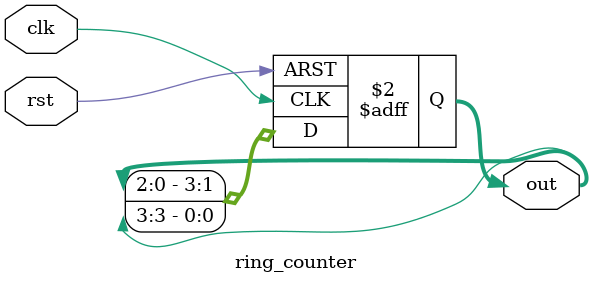
<source format=v>
`timescale 1ns / 1ps


module ring_counter(
input rst,clk,
    output reg [3:0] out
    );
    
    always@(posedge clk,posedge rst)begin
    if(rst)
    out = 4'b0001;
    else begin
    out[3] <= out[2];   // Shift bit 2 to bit 3
    out[2] <= out[1];   // Shift bit 1 to bit 2
    out[1] <= out[0];   // Shift bit 0 to bit 1
    out[0] <= out[3];  //  Invert bit 3 and assign to bit 0
    end
    end
    
endmodule
</source>
